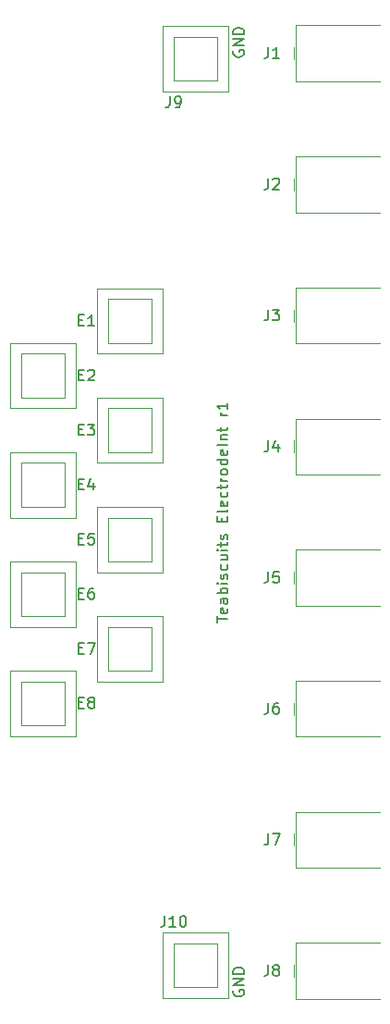
<source format=gto>
G04 #@! TF.GenerationSoftware,KiCad,Pcbnew,5.1.5*
G04 #@! TF.CreationDate,2020-07-08T23:46:48+09:00*
G04 #@! TF.ProjectId,teabiscuits_electrode_interface,74656162-6973-4637-9569-74735f656c65,rev?*
G04 #@! TF.SameCoordinates,Original*
G04 #@! TF.FileFunction,Legend,Top*
G04 #@! TF.FilePolarity,Positive*
%FSLAX46Y46*%
G04 Gerber Fmt 4.6, Leading zero omitted, Abs format (unit mm)*
G04 Created by KiCad (PCBNEW 5.1.5) date 2020-07-08 23:46:48*
%MOMM*%
%LPD*%
G04 APERTURE LIST*
%ADD10C,0.150000*%
%ADD11C,0.120000*%
G04 APERTURE END LIST*
D10*
X131500000Y-44261904D02*
X131452380Y-44357142D01*
X131452380Y-44500000D01*
X131500000Y-44642857D01*
X131595238Y-44738095D01*
X131690476Y-44785714D01*
X131880952Y-44833333D01*
X132023809Y-44833333D01*
X132214285Y-44785714D01*
X132309523Y-44738095D01*
X132404761Y-44642857D01*
X132452380Y-44500000D01*
X132452380Y-44404761D01*
X132404761Y-44261904D01*
X132357142Y-44214285D01*
X132023809Y-44214285D01*
X132023809Y-44404761D01*
X132452380Y-43785714D02*
X131452380Y-43785714D01*
X132452380Y-43214285D01*
X131452380Y-43214285D01*
X132452380Y-42738095D02*
X131452380Y-42738095D01*
X131452380Y-42500000D01*
X131500000Y-42357142D01*
X131595238Y-42261904D01*
X131690476Y-42214285D01*
X131880952Y-42166666D01*
X132023809Y-42166666D01*
X132214285Y-42214285D01*
X132309523Y-42261904D01*
X132404761Y-42357142D01*
X132452380Y-42500000D01*
X132452380Y-42738095D01*
X131500000Y-130261904D02*
X131452380Y-130357142D01*
X131452380Y-130500000D01*
X131500000Y-130642857D01*
X131595238Y-130738095D01*
X131690476Y-130785714D01*
X131880952Y-130833333D01*
X132023809Y-130833333D01*
X132214285Y-130785714D01*
X132309523Y-130738095D01*
X132404761Y-130642857D01*
X132452380Y-130500000D01*
X132452380Y-130404761D01*
X132404761Y-130261904D01*
X132357142Y-130214285D01*
X132023809Y-130214285D01*
X132023809Y-130404761D01*
X132452380Y-129785714D02*
X131452380Y-129785714D01*
X132452380Y-129214285D01*
X131452380Y-129214285D01*
X132452380Y-128738095D02*
X131452380Y-128738095D01*
X131452380Y-128500000D01*
X131500000Y-128357142D01*
X131595238Y-128261904D01*
X131690476Y-128214285D01*
X131880952Y-128166666D01*
X132023809Y-128166666D01*
X132214285Y-128214285D01*
X132309523Y-128261904D01*
X132404761Y-128357142D01*
X132452380Y-128500000D01*
X132452380Y-128738095D01*
X129952380Y-96595238D02*
X129952380Y-96023809D01*
X130952380Y-96309523D02*
X129952380Y-96309523D01*
X130904761Y-95309523D02*
X130952380Y-95404761D01*
X130952380Y-95595238D01*
X130904761Y-95690476D01*
X130809523Y-95738095D01*
X130428571Y-95738095D01*
X130333333Y-95690476D01*
X130285714Y-95595238D01*
X130285714Y-95404761D01*
X130333333Y-95309523D01*
X130428571Y-95261904D01*
X130523809Y-95261904D01*
X130619047Y-95738095D01*
X130952380Y-94404761D02*
X130428571Y-94404761D01*
X130333333Y-94452380D01*
X130285714Y-94547619D01*
X130285714Y-94738095D01*
X130333333Y-94833333D01*
X130904761Y-94404761D02*
X130952380Y-94500000D01*
X130952380Y-94738095D01*
X130904761Y-94833333D01*
X130809523Y-94880952D01*
X130714285Y-94880952D01*
X130619047Y-94833333D01*
X130571428Y-94738095D01*
X130571428Y-94500000D01*
X130523809Y-94404761D01*
X130952380Y-93928571D02*
X129952380Y-93928571D01*
X130333333Y-93928571D02*
X130285714Y-93833333D01*
X130285714Y-93642857D01*
X130333333Y-93547619D01*
X130380952Y-93500000D01*
X130476190Y-93452380D01*
X130761904Y-93452380D01*
X130857142Y-93500000D01*
X130904761Y-93547619D01*
X130952380Y-93642857D01*
X130952380Y-93833333D01*
X130904761Y-93928571D01*
X130952380Y-93023809D02*
X130285714Y-93023809D01*
X129952380Y-93023809D02*
X130000000Y-93071428D01*
X130047619Y-93023809D01*
X130000000Y-92976190D01*
X129952380Y-93023809D01*
X130047619Y-93023809D01*
X130904761Y-92595238D02*
X130952380Y-92500000D01*
X130952380Y-92309523D01*
X130904761Y-92214285D01*
X130809523Y-92166666D01*
X130761904Y-92166666D01*
X130666666Y-92214285D01*
X130619047Y-92309523D01*
X130619047Y-92452380D01*
X130571428Y-92547619D01*
X130476190Y-92595238D01*
X130428571Y-92595238D01*
X130333333Y-92547619D01*
X130285714Y-92452380D01*
X130285714Y-92309523D01*
X130333333Y-92214285D01*
X130904761Y-91309523D02*
X130952380Y-91404761D01*
X130952380Y-91595238D01*
X130904761Y-91690476D01*
X130857142Y-91738095D01*
X130761904Y-91785714D01*
X130476190Y-91785714D01*
X130380952Y-91738095D01*
X130333333Y-91690476D01*
X130285714Y-91595238D01*
X130285714Y-91404761D01*
X130333333Y-91309523D01*
X130285714Y-90452380D02*
X130952380Y-90452380D01*
X130285714Y-90880952D02*
X130809523Y-90880952D01*
X130904761Y-90833333D01*
X130952380Y-90738095D01*
X130952380Y-90595238D01*
X130904761Y-90500000D01*
X130857142Y-90452380D01*
X130952380Y-89976190D02*
X130285714Y-89976190D01*
X129952380Y-89976190D02*
X130000000Y-90023809D01*
X130047619Y-89976190D01*
X130000000Y-89928571D01*
X129952380Y-89976190D01*
X130047619Y-89976190D01*
X130285714Y-89642857D02*
X130285714Y-89261904D01*
X129952380Y-89500000D02*
X130809523Y-89500000D01*
X130904761Y-89452380D01*
X130952380Y-89357142D01*
X130952380Y-89261904D01*
X130904761Y-88976190D02*
X130952380Y-88880952D01*
X130952380Y-88690476D01*
X130904761Y-88595238D01*
X130809523Y-88547619D01*
X130761904Y-88547619D01*
X130666666Y-88595238D01*
X130619047Y-88690476D01*
X130619047Y-88833333D01*
X130571428Y-88928571D01*
X130476190Y-88976190D01*
X130428571Y-88976190D01*
X130333333Y-88928571D01*
X130285714Y-88833333D01*
X130285714Y-88690476D01*
X130333333Y-88595238D01*
X130428571Y-87357142D02*
X130428571Y-87023809D01*
X130952380Y-86880952D02*
X130952380Y-87357142D01*
X129952380Y-87357142D01*
X129952380Y-86880952D01*
X130952380Y-86309523D02*
X130904761Y-86404761D01*
X130809523Y-86452380D01*
X129952380Y-86452380D01*
X130904761Y-85547619D02*
X130952380Y-85642857D01*
X130952380Y-85833333D01*
X130904761Y-85928571D01*
X130809523Y-85976190D01*
X130428571Y-85976190D01*
X130333333Y-85928571D01*
X130285714Y-85833333D01*
X130285714Y-85642857D01*
X130333333Y-85547619D01*
X130428571Y-85500000D01*
X130523809Y-85500000D01*
X130619047Y-85976190D01*
X130904761Y-84642857D02*
X130952380Y-84738095D01*
X130952380Y-84928571D01*
X130904761Y-85023809D01*
X130857142Y-85071428D01*
X130761904Y-85119047D01*
X130476190Y-85119047D01*
X130380952Y-85071428D01*
X130333333Y-85023809D01*
X130285714Y-84928571D01*
X130285714Y-84738095D01*
X130333333Y-84642857D01*
X130285714Y-84357142D02*
X130285714Y-83976190D01*
X129952380Y-84214285D02*
X130809523Y-84214285D01*
X130904761Y-84166666D01*
X130952380Y-84071428D01*
X130952380Y-83976190D01*
X130952380Y-83642857D02*
X130285714Y-83642857D01*
X130476190Y-83642857D02*
X130380952Y-83595238D01*
X130333333Y-83547619D01*
X130285714Y-83452380D01*
X130285714Y-83357142D01*
X130952380Y-82880952D02*
X130904761Y-82976190D01*
X130857142Y-83023809D01*
X130761904Y-83071428D01*
X130476190Y-83071428D01*
X130380952Y-83023809D01*
X130333333Y-82976190D01*
X130285714Y-82880952D01*
X130285714Y-82738095D01*
X130333333Y-82642857D01*
X130380952Y-82595238D01*
X130476190Y-82547619D01*
X130761904Y-82547619D01*
X130857142Y-82595238D01*
X130904761Y-82642857D01*
X130952380Y-82738095D01*
X130952380Y-82880952D01*
X130952380Y-81690476D02*
X129952380Y-81690476D01*
X130904761Y-81690476D02*
X130952380Y-81785714D01*
X130952380Y-81976190D01*
X130904761Y-82071428D01*
X130857142Y-82119047D01*
X130761904Y-82166666D01*
X130476190Y-82166666D01*
X130380952Y-82119047D01*
X130333333Y-82071428D01*
X130285714Y-81976190D01*
X130285714Y-81785714D01*
X130333333Y-81690476D01*
X130904761Y-80833333D02*
X130952380Y-80928571D01*
X130952380Y-81119047D01*
X130904761Y-81214285D01*
X130809523Y-81261904D01*
X130428571Y-81261904D01*
X130333333Y-81214285D01*
X130285714Y-81119047D01*
X130285714Y-80928571D01*
X130333333Y-80833333D01*
X130428571Y-80785714D01*
X130523809Y-80785714D01*
X130619047Y-81261904D01*
X130952380Y-80357142D02*
X129952380Y-80357142D01*
X130285714Y-79880952D02*
X130952380Y-79880952D01*
X130380952Y-79880952D02*
X130333333Y-79833333D01*
X130285714Y-79738095D01*
X130285714Y-79595238D01*
X130333333Y-79500000D01*
X130428571Y-79452380D01*
X130952380Y-79452380D01*
X130285714Y-79119047D02*
X130285714Y-78738095D01*
X129952380Y-78976190D02*
X130809523Y-78976190D01*
X130904761Y-78928571D01*
X130952380Y-78833333D01*
X130952380Y-78738095D01*
X130952380Y-77642857D02*
X130285714Y-77642857D01*
X130476190Y-77642857D02*
X130380952Y-77595238D01*
X130333333Y-77547619D01*
X130285714Y-77452380D01*
X130285714Y-77357142D01*
X130952380Y-76500000D02*
X130952380Y-77071428D01*
X130952380Y-76785714D02*
X129952380Y-76785714D01*
X130095238Y-76880952D01*
X130190476Y-76976190D01*
X130238095Y-77071428D01*
D11*
X136990000Y-45050000D02*
X136990000Y-43950000D01*
X144890000Y-41940000D02*
X137190000Y-41940000D01*
X137190000Y-41940000D02*
X137190000Y-47060000D01*
X144890000Y-47060000D02*
X137190000Y-47060000D01*
X131000000Y-131000000D02*
X131000000Y-125000000D01*
X125000000Y-131000000D02*
X131000000Y-131000000D01*
X125000000Y-125000000D02*
X125000000Y-131000000D01*
X131000000Y-125000000D02*
X125000000Y-125000000D01*
X126000000Y-130000000D02*
X126000000Y-126000000D01*
X130000000Y-130000000D02*
X126000000Y-130000000D01*
X130000000Y-126000000D02*
X130000000Y-130000000D01*
X126000000Y-126000000D02*
X130000000Y-126000000D01*
X131000000Y-48000000D02*
X131000000Y-42000000D01*
X125000000Y-48000000D02*
X131000000Y-48000000D01*
X125000000Y-42000000D02*
X125000000Y-48000000D01*
X131000000Y-42000000D02*
X125000000Y-42000000D01*
X126000000Y-47000000D02*
X126000000Y-43000000D01*
X130000000Y-47000000D02*
X126000000Y-47000000D01*
X130000000Y-43000000D02*
X130000000Y-47000000D01*
X126000000Y-43000000D02*
X130000000Y-43000000D01*
X136990000Y-129050000D02*
X136990000Y-127950000D01*
X144890000Y-125940000D02*
X137190000Y-125940000D01*
X137190000Y-125940000D02*
X137190000Y-131060000D01*
X144890000Y-131060000D02*
X137190000Y-131060000D01*
X136990000Y-117050000D02*
X136990000Y-115950000D01*
X144890000Y-113940000D02*
X137190000Y-113940000D01*
X137190000Y-113940000D02*
X137190000Y-119060000D01*
X144890000Y-119060000D02*
X137190000Y-119060000D01*
X136990000Y-105050000D02*
X136990000Y-103950000D01*
X144890000Y-101940000D02*
X137190000Y-101940000D01*
X137190000Y-101940000D02*
X137190000Y-107060000D01*
X144890000Y-107060000D02*
X137190000Y-107060000D01*
X136990000Y-93050000D02*
X136990000Y-91950000D01*
X144890000Y-89940000D02*
X137190000Y-89940000D01*
X137190000Y-89940000D02*
X137190000Y-95060000D01*
X144890000Y-95060000D02*
X137190000Y-95060000D01*
X136990000Y-81050000D02*
X136990000Y-79950000D01*
X144890000Y-77940000D02*
X137190000Y-77940000D01*
X137190000Y-77940000D02*
X137190000Y-83060000D01*
X144890000Y-83060000D02*
X137190000Y-83060000D01*
X136990000Y-69050000D02*
X136990000Y-67950000D01*
X144890000Y-65940000D02*
X137190000Y-65940000D01*
X137190000Y-65940000D02*
X137190000Y-71060000D01*
X144890000Y-71060000D02*
X137190000Y-71060000D01*
X136990000Y-57050000D02*
X136990000Y-55950000D01*
X144890000Y-53940000D02*
X137190000Y-53940000D01*
X137190000Y-53940000D02*
X137190000Y-59060000D01*
X144890000Y-59060000D02*
X137190000Y-59060000D01*
X117000000Y-107000000D02*
X117000000Y-101000000D01*
X111000000Y-107000000D02*
X117000000Y-107000000D01*
X111000000Y-101000000D02*
X111000000Y-107000000D01*
X117000000Y-101000000D02*
X111000000Y-101000000D01*
X112000000Y-106000000D02*
X112000000Y-102000000D01*
X116000000Y-106000000D02*
X112000000Y-106000000D01*
X116000000Y-102000000D02*
X116000000Y-106000000D01*
X112000000Y-102000000D02*
X116000000Y-102000000D01*
X125000000Y-102000000D02*
X125000000Y-96000000D01*
X119000000Y-102000000D02*
X125000000Y-102000000D01*
X119000000Y-96000000D02*
X119000000Y-102000000D01*
X125000000Y-96000000D02*
X119000000Y-96000000D01*
X120000000Y-101000000D02*
X120000000Y-97000000D01*
X124000000Y-101000000D02*
X120000000Y-101000000D01*
X124000000Y-97000000D02*
X124000000Y-101000000D01*
X120000000Y-97000000D02*
X124000000Y-97000000D01*
X117000000Y-97000000D02*
X117000000Y-91000000D01*
X111000000Y-97000000D02*
X117000000Y-97000000D01*
X111000000Y-91000000D02*
X111000000Y-97000000D01*
X117000000Y-91000000D02*
X111000000Y-91000000D01*
X112000000Y-96000000D02*
X112000000Y-92000000D01*
X116000000Y-96000000D02*
X112000000Y-96000000D01*
X116000000Y-92000000D02*
X116000000Y-96000000D01*
X112000000Y-92000000D02*
X116000000Y-92000000D01*
X125000000Y-92000000D02*
X125000000Y-86000000D01*
X119000000Y-92000000D02*
X125000000Y-92000000D01*
X119000000Y-86000000D02*
X119000000Y-92000000D01*
X125000000Y-86000000D02*
X119000000Y-86000000D01*
X120000000Y-91000000D02*
X120000000Y-87000000D01*
X124000000Y-91000000D02*
X120000000Y-91000000D01*
X124000000Y-87000000D02*
X124000000Y-91000000D01*
X120000000Y-87000000D02*
X124000000Y-87000000D01*
X117000000Y-87000000D02*
X117000000Y-81000000D01*
X111000000Y-87000000D02*
X117000000Y-87000000D01*
X111000000Y-81000000D02*
X111000000Y-87000000D01*
X117000000Y-81000000D02*
X111000000Y-81000000D01*
X112000000Y-86000000D02*
X112000000Y-82000000D01*
X116000000Y-86000000D02*
X112000000Y-86000000D01*
X116000000Y-82000000D02*
X116000000Y-86000000D01*
X112000000Y-82000000D02*
X116000000Y-82000000D01*
X125000000Y-82000000D02*
X125000000Y-76000000D01*
X119000000Y-82000000D02*
X125000000Y-82000000D01*
X119000000Y-76000000D02*
X119000000Y-82000000D01*
X125000000Y-76000000D02*
X119000000Y-76000000D01*
X120000000Y-81000000D02*
X120000000Y-77000000D01*
X124000000Y-81000000D02*
X120000000Y-81000000D01*
X124000000Y-77000000D02*
X124000000Y-81000000D01*
X120000000Y-77000000D02*
X124000000Y-77000000D01*
X117000000Y-77000000D02*
X117000000Y-71000000D01*
X111000000Y-77000000D02*
X117000000Y-77000000D01*
X111000000Y-71000000D02*
X111000000Y-77000000D01*
X117000000Y-71000000D02*
X111000000Y-71000000D01*
X112000000Y-76000000D02*
X112000000Y-72000000D01*
X116000000Y-76000000D02*
X112000000Y-76000000D01*
X116000000Y-72000000D02*
X116000000Y-76000000D01*
X112000000Y-72000000D02*
X116000000Y-72000000D01*
X125000000Y-72000000D02*
X125000000Y-66000000D01*
X119000000Y-72000000D02*
X125000000Y-72000000D01*
X119000000Y-66000000D02*
X119000000Y-72000000D01*
X125000000Y-66000000D02*
X119000000Y-66000000D01*
X120000000Y-71000000D02*
X120000000Y-67000000D01*
X124000000Y-71000000D02*
X120000000Y-71000000D01*
X124000000Y-67000000D02*
X124000000Y-71000000D01*
X120000000Y-67000000D02*
X124000000Y-67000000D01*
D10*
X134666666Y-43952380D02*
X134666666Y-44666666D01*
X134619047Y-44809523D01*
X134523809Y-44904761D01*
X134380952Y-44952380D01*
X134285714Y-44952380D01*
X135666666Y-44952380D02*
X135095238Y-44952380D01*
X135380952Y-44952380D02*
X135380952Y-43952380D01*
X135285714Y-44095238D01*
X135190476Y-44190476D01*
X135095238Y-44238095D01*
X125190476Y-123452380D02*
X125190476Y-124166666D01*
X125142857Y-124309523D01*
X125047619Y-124404761D01*
X124904761Y-124452380D01*
X124809523Y-124452380D01*
X126190476Y-124452380D02*
X125619047Y-124452380D01*
X125904761Y-124452380D02*
X125904761Y-123452380D01*
X125809523Y-123595238D01*
X125714285Y-123690476D01*
X125619047Y-123738095D01*
X126809523Y-123452380D02*
X126904761Y-123452380D01*
X127000000Y-123500000D01*
X127047619Y-123547619D01*
X127095238Y-123642857D01*
X127142857Y-123833333D01*
X127142857Y-124071428D01*
X127095238Y-124261904D01*
X127047619Y-124357142D01*
X127000000Y-124404761D01*
X126904761Y-124452380D01*
X126809523Y-124452380D01*
X126714285Y-124404761D01*
X126666666Y-124357142D01*
X126619047Y-124261904D01*
X126571428Y-124071428D01*
X126571428Y-123833333D01*
X126619047Y-123642857D01*
X126666666Y-123547619D01*
X126714285Y-123500000D01*
X126809523Y-123452380D01*
X125666666Y-48452380D02*
X125666666Y-49166666D01*
X125619047Y-49309523D01*
X125523809Y-49404761D01*
X125380952Y-49452380D01*
X125285714Y-49452380D01*
X126190476Y-49452380D02*
X126380952Y-49452380D01*
X126476190Y-49404761D01*
X126523809Y-49357142D01*
X126619047Y-49214285D01*
X126666666Y-49023809D01*
X126666666Y-48642857D01*
X126619047Y-48547619D01*
X126571428Y-48500000D01*
X126476190Y-48452380D01*
X126285714Y-48452380D01*
X126190476Y-48500000D01*
X126142857Y-48547619D01*
X126095238Y-48642857D01*
X126095238Y-48880952D01*
X126142857Y-48976190D01*
X126190476Y-49023809D01*
X126285714Y-49071428D01*
X126476190Y-49071428D01*
X126571428Y-49023809D01*
X126619047Y-48976190D01*
X126666666Y-48880952D01*
X134666666Y-127952380D02*
X134666666Y-128666666D01*
X134619047Y-128809523D01*
X134523809Y-128904761D01*
X134380952Y-128952380D01*
X134285714Y-128952380D01*
X135285714Y-128380952D02*
X135190476Y-128333333D01*
X135142857Y-128285714D01*
X135095238Y-128190476D01*
X135095238Y-128142857D01*
X135142857Y-128047619D01*
X135190476Y-128000000D01*
X135285714Y-127952380D01*
X135476190Y-127952380D01*
X135571428Y-128000000D01*
X135619047Y-128047619D01*
X135666666Y-128142857D01*
X135666666Y-128190476D01*
X135619047Y-128285714D01*
X135571428Y-128333333D01*
X135476190Y-128380952D01*
X135285714Y-128380952D01*
X135190476Y-128428571D01*
X135142857Y-128476190D01*
X135095238Y-128571428D01*
X135095238Y-128761904D01*
X135142857Y-128857142D01*
X135190476Y-128904761D01*
X135285714Y-128952380D01*
X135476190Y-128952380D01*
X135571428Y-128904761D01*
X135619047Y-128857142D01*
X135666666Y-128761904D01*
X135666666Y-128571428D01*
X135619047Y-128476190D01*
X135571428Y-128428571D01*
X135476190Y-128380952D01*
X134666666Y-115952380D02*
X134666666Y-116666666D01*
X134619047Y-116809523D01*
X134523809Y-116904761D01*
X134380952Y-116952380D01*
X134285714Y-116952380D01*
X135047619Y-115952380D02*
X135714285Y-115952380D01*
X135285714Y-116952380D01*
X134666666Y-103952380D02*
X134666666Y-104666666D01*
X134619047Y-104809523D01*
X134523809Y-104904761D01*
X134380952Y-104952380D01*
X134285714Y-104952380D01*
X135571428Y-103952380D02*
X135380952Y-103952380D01*
X135285714Y-104000000D01*
X135238095Y-104047619D01*
X135142857Y-104190476D01*
X135095238Y-104380952D01*
X135095238Y-104761904D01*
X135142857Y-104857142D01*
X135190476Y-104904761D01*
X135285714Y-104952380D01*
X135476190Y-104952380D01*
X135571428Y-104904761D01*
X135619047Y-104857142D01*
X135666666Y-104761904D01*
X135666666Y-104523809D01*
X135619047Y-104428571D01*
X135571428Y-104380952D01*
X135476190Y-104333333D01*
X135285714Y-104333333D01*
X135190476Y-104380952D01*
X135142857Y-104428571D01*
X135095238Y-104523809D01*
X134666666Y-91952380D02*
X134666666Y-92666666D01*
X134619047Y-92809523D01*
X134523809Y-92904761D01*
X134380952Y-92952380D01*
X134285714Y-92952380D01*
X135619047Y-91952380D02*
X135142857Y-91952380D01*
X135095238Y-92428571D01*
X135142857Y-92380952D01*
X135238095Y-92333333D01*
X135476190Y-92333333D01*
X135571428Y-92380952D01*
X135619047Y-92428571D01*
X135666666Y-92523809D01*
X135666666Y-92761904D01*
X135619047Y-92857142D01*
X135571428Y-92904761D01*
X135476190Y-92952380D01*
X135238095Y-92952380D01*
X135142857Y-92904761D01*
X135095238Y-92857142D01*
X134666666Y-79952380D02*
X134666666Y-80666666D01*
X134619047Y-80809523D01*
X134523809Y-80904761D01*
X134380952Y-80952380D01*
X134285714Y-80952380D01*
X135571428Y-80285714D02*
X135571428Y-80952380D01*
X135333333Y-79904761D02*
X135095238Y-80619047D01*
X135714285Y-80619047D01*
X134666666Y-67952380D02*
X134666666Y-68666666D01*
X134619047Y-68809523D01*
X134523809Y-68904761D01*
X134380952Y-68952380D01*
X134285714Y-68952380D01*
X135047619Y-67952380D02*
X135666666Y-67952380D01*
X135333333Y-68333333D01*
X135476190Y-68333333D01*
X135571428Y-68380952D01*
X135619047Y-68428571D01*
X135666666Y-68523809D01*
X135666666Y-68761904D01*
X135619047Y-68857142D01*
X135571428Y-68904761D01*
X135476190Y-68952380D01*
X135190476Y-68952380D01*
X135095238Y-68904761D01*
X135047619Y-68857142D01*
X134666666Y-55952380D02*
X134666666Y-56666666D01*
X134619047Y-56809523D01*
X134523809Y-56904761D01*
X134380952Y-56952380D01*
X134285714Y-56952380D01*
X135095238Y-56047619D02*
X135142857Y-56000000D01*
X135238095Y-55952380D01*
X135476190Y-55952380D01*
X135571428Y-56000000D01*
X135619047Y-56047619D01*
X135666666Y-56142857D01*
X135666666Y-56238095D01*
X135619047Y-56380952D01*
X135047619Y-56952380D01*
X135666666Y-56952380D01*
X117309523Y-103928571D02*
X117642857Y-103928571D01*
X117785714Y-104452380D02*
X117309523Y-104452380D01*
X117309523Y-103452380D01*
X117785714Y-103452380D01*
X118357142Y-103880952D02*
X118261904Y-103833333D01*
X118214285Y-103785714D01*
X118166666Y-103690476D01*
X118166666Y-103642857D01*
X118214285Y-103547619D01*
X118261904Y-103500000D01*
X118357142Y-103452380D01*
X118547619Y-103452380D01*
X118642857Y-103500000D01*
X118690476Y-103547619D01*
X118738095Y-103642857D01*
X118738095Y-103690476D01*
X118690476Y-103785714D01*
X118642857Y-103833333D01*
X118547619Y-103880952D01*
X118357142Y-103880952D01*
X118261904Y-103928571D01*
X118214285Y-103976190D01*
X118166666Y-104071428D01*
X118166666Y-104261904D01*
X118214285Y-104357142D01*
X118261904Y-104404761D01*
X118357142Y-104452380D01*
X118547619Y-104452380D01*
X118642857Y-104404761D01*
X118690476Y-104357142D01*
X118738095Y-104261904D01*
X118738095Y-104071428D01*
X118690476Y-103976190D01*
X118642857Y-103928571D01*
X118547619Y-103880952D01*
X117309523Y-98928571D02*
X117642857Y-98928571D01*
X117785714Y-99452380D02*
X117309523Y-99452380D01*
X117309523Y-98452380D01*
X117785714Y-98452380D01*
X118119047Y-98452380D02*
X118785714Y-98452380D01*
X118357142Y-99452380D01*
X117309523Y-93928571D02*
X117642857Y-93928571D01*
X117785714Y-94452380D02*
X117309523Y-94452380D01*
X117309523Y-93452380D01*
X117785714Y-93452380D01*
X118642857Y-93452380D02*
X118452380Y-93452380D01*
X118357142Y-93500000D01*
X118309523Y-93547619D01*
X118214285Y-93690476D01*
X118166666Y-93880952D01*
X118166666Y-94261904D01*
X118214285Y-94357142D01*
X118261904Y-94404761D01*
X118357142Y-94452380D01*
X118547619Y-94452380D01*
X118642857Y-94404761D01*
X118690476Y-94357142D01*
X118738095Y-94261904D01*
X118738095Y-94023809D01*
X118690476Y-93928571D01*
X118642857Y-93880952D01*
X118547619Y-93833333D01*
X118357142Y-93833333D01*
X118261904Y-93880952D01*
X118214285Y-93928571D01*
X118166666Y-94023809D01*
X117309523Y-88928571D02*
X117642857Y-88928571D01*
X117785714Y-89452380D02*
X117309523Y-89452380D01*
X117309523Y-88452380D01*
X117785714Y-88452380D01*
X118690476Y-88452380D02*
X118214285Y-88452380D01*
X118166666Y-88928571D01*
X118214285Y-88880952D01*
X118309523Y-88833333D01*
X118547619Y-88833333D01*
X118642857Y-88880952D01*
X118690476Y-88928571D01*
X118738095Y-89023809D01*
X118738095Y-89261904D01*
X118690476Y-89357142D01*
X118642857Y-89404761D01*
X118547619Y-89452380D01*
X118309523Y-89452380D01*
X118214285Y-89404761D01*
X118166666Y-89357142D01*
X117309523Y-83928571D02*
X117642857Y-83928571D01*
X117785714Y-84452380D02*
X117309523Y-84452380D01*
X117309523Y-83452380D01*
X117785714Y-83452380D01*
X118642857Y-83785714D02*
X118642857Y-84452380D01*
X118404761Y-83404761D02*
X118166666Y-84119047D01*
X118785714Y-84119047D01*
X117309523Y-78928571D02*
X117642857Y-78928571D01*
X117785714Y-79452380D02*
X117309523Y-79452380D01*
X117309523Y-78452380D01*
X117785714Y-78452380D01*
X118119047Y-78452380D02*
X118738095Y-78452380D01*
X118404761Y-78833333D01*
X118547619Y-78833333D01*
X118642857Y-78880952D01*
X118690476Y-78928571D01*
X118738095Y-79023809D01*
X118738095Y-79261904D01*
X118690476Y-79357142D01*
X118642857Y-79404761D01*
X118547619Y-79452380D01*
X118261904Y-79452380D01*
X118166666Y-79404761D01*
X118119047Y-79357142D01*
X117309523Y-73928571D02*
X117642857Y-73928571D01*
X117785714Y-74452380D02*
X117309523Y-74452380D01*
X117309523Y-73452380D01*
X117785714Y-73452380D01*
X118166666Y-73547619D02*
X118214285Y-73500000D01*
X118309523Y-73452380D01*
X118547619Y-73452380D01*
X118642857Y-73500000D01*
X118690476Y-73547619D01*
X118738095Y-73642857D01*
X118738095Y-73738095D01*
X118690476Y-73880952D01*
X118119047Y-74452380D01*
X118738095Y-74452380D01*
X117309523Y-68928571D02*
X117642857Y-68928571D01*
X117785714Y-69452380D02*
X117309523Y-69452380D01*
X117309523Y-68452380D01*
X117785714Y-68452380D01*
X118738095Y-69452380D02*
X118166666Y-69452380D01*
X118452380Y-69452380D02*
X118452380Y-68452380D01*
X118357142Y-68595238D01*
X118261904Y-68690476D01*
X118166666Y-68738095D01*
M02*

</source>
